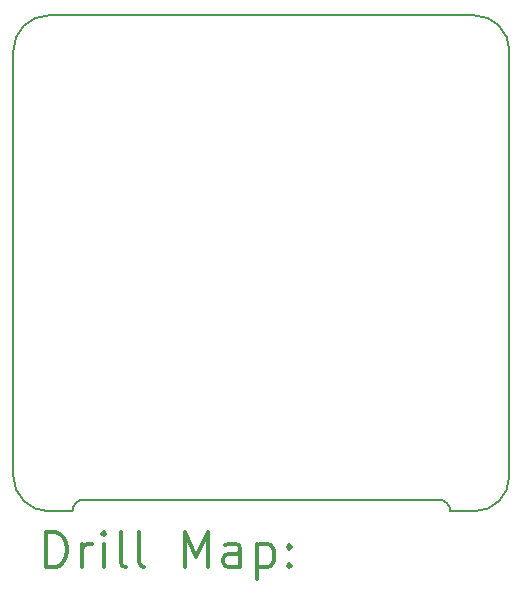
<source format=gbr>
%FSLAX45Y45*%
G04 Gerber Fmt 4.5, Leading zero omitted, Abs format (unit mm)*
G04 Created by KiCad (PCBNEW (5.1.5)-3) date 2020-11-27 02:05:23*
%MOMM*%
%LPD*%
G04 APERTURE LIST*
%TA.AperFunction,Profile*%
%ADD10C,0.150000*%
%TD*%
%ADD11C,0.200000*%
%ADD12C,0.300000*%
G04 APERTURE END LIST*
D10*
X22952540Y-5163820D02*
X22952540Y-8763820D01*
X18752540Y-5163820D02*
X18752540Y-8763820D01*
X22652540Y-9063820D02*
X22452540Y-9063820D01*
X22652540Y-9063820D02*
G75*
G03X22952540Y-8763820I0J300000D01*
G01*
X22452540Y-9063820D02*
G75*
G03X22352540Y-8963820I-100000J0D01*
G01*
X18752540Y-8763820D02*
G75*
G03X19052540Y-9063820I300000J0D01*
G01*
X19352366Y-8963820D02*
G75*
G03X19252540Y-9063820I175J-100000D01*
G01*
X22952540Y-5163820D02*
G75*
G03X22652540Y-4863820I-300000J0D01*
G01*
X19352366Y-8963820D02*
X22352540Y-8963820D01*
X19052016Y-4863821D02*
X22652540Y-4863820D01*
X19052016Y-4863821D02*
G75*
G03X18752540Y-5163820I524J-300000D01*
G01*
X19052540Y-9063820D02*
X19252540Y-9063820D01*
D11*
D12*
X19031468Y-9537034D02*
X19031468Y-9237034D01*
X19102897Y-9237034D01*
X19145754Y-9251320D01*
X19174326Y-9279892D01*
X19188611Y-9308463D01*
X19202897Y-9365606D01*
X19202897Y-9408463D01*
X19188611Y-9465606D01*
X19174326Y-9494177D01*
X19145754Y-9522749D01*
X19102897Y-9537034D01*
X19031468Y-9537034D01*
X19331468Y-9537034D02*
X19331468Y-9337034D01*
X19331468Y-9394177D02*
X19345754Y-9365606D01*
X19360040Y-9351320D01*
X19388611Y-9337034D01*
X19417183Y-9337034D01*
X19517183Y-9537034D02*
X19517183Y-9337034D01*
X19517183Y-9237034D02*
X19502897Y-9251320D01*
X19517183Y-9265606D01*
X19531468Y-9251320D01*
X19517183Y-9237034D01*
X19517183Y-9265606D01*
X19702897Y-9537034D02*
X19674326Y-9522749D01*
X19660040Y-9494177D01*
X19660040Y-9237034D01*
X19860040Y-9537034D02*
X19831468Y-9522749D01*
X19817183Y-9494177D01*
X19817183Y-9237034D01*
X20202897Y-9537034D02*
X20202897Y-9237034D01*
X20302897Y-9451320D01*
X20402897Y-9237034D01*
X20402897Y-9537034D01*
X20674326Y-9537034D02*
X20674326Y-9379892D01*
X20660040Y-9351320D01*
X20631468Y-9337034D01*
X20574326Y-9337034D01*
X20545754Y-9351320D01*
X20674326Y-9522749D02*
X20645754Y-9537034D01*
X20574326Y-9537034D01*
X20545754Y-9522749D01*
X20531468Y-9494177D01*
X20531468Y-9465606D01*
X20545754Y-9437034D01*
X20574326Y-9422749D01*
X20645754Y-9422749D01*
X20674326Y-9408463D01*
X20817183Y-9337034D02*
X20817183Y-9637034D01*
X20817183Y-9351320D02*
X20845754Y-9337034D01*
X20902897Y-9337034D01*
X20931468Y-9351320D01*
X20945754Y-9365606D01*
X20960040Y-9394177D01*
X20960040Y-9479892D01*
X20945754Y-9508463D01*
X20931468Y-9522749D01*
X20902897Y-9537034D01*
X20845754Y-9537034D01*
X20817183Y-9522749D01*
X21088611Y-9508463D02*
X21102897Y-9522749D01*
X21088611Y-9537034D01*
X21074326Y-9522749D01*
X21088611Y-9508463D01*
X21088611Y-9537034D01*
X21088611Y-9351320D02*
X21102897Y-9365606D01*
X21088611Y-9379892D01*
X21074326Y-9365606D01*
X21088611Y-9351320D01*
X21088611Y-9379892D01*
M02*

</source>
